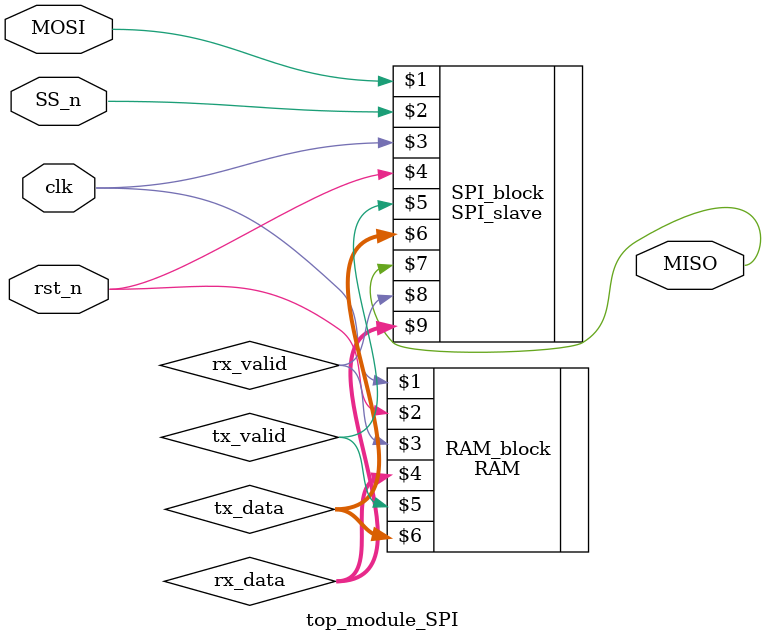
<source format=v>
module top_module_SPI(MOSI,MISO,SS_n,clk,rst_n);
input clk,rst_n,SS_n,MOSI;
output MISO;
wire tx_valid,rx_valid;
wire [9:0]rx_data;
wire [7:0]tx_data;

RAM RAM_block (clk,rst_n,rx_valid,rx_data,tx_valid,tx_data);
SPI_slave SPI_block (MOSI,SS_n,clk,rst_n,tx_valid,tx_data,MISO,rx_valid,rx_data);

endmodule

</source>
